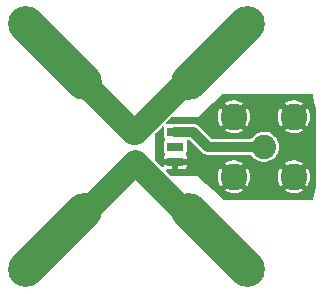
<source format=gbr>
G04 #@! TF.GenerationSoftware,KiCad,Pcbnew,5.99.0-unknown-b32c2a6c9~106~ubuntu18.04.1*
G04 #@! TF.CreationDate,2020-11-24T15:56:37+01:00*
G04 #@! TF.ProjectId,QFHBAL01,51464842-414c-4303-912e-6b696361645f,rev?*
G04 #@! TF.SameCoordinates,Original*
G04 #@! TF.FileFunction,Copper,L1,Top*
G04 #@! TF.FilePolarity,Positive*
%FSLAX46Y46*%
G04 Gerber Fmt 4.6, Leading zero omitted, Abs format (unit mm)*
G04 Created by KiCad (PCBNEW 5.99.0-unknown-b32c2a6c9~106~ubuntu18.04.1) date 2020-11-24 15:56:37*
%MOMM*%
%LPD*%
G01*
G04 APERTURE LIST*
G04 Aperture macros list*
%AMHorizOval*
0 Thick line with rounded ends*
0 $1 width*
0 $2 $3 position (X,Y) of the first rounded end (center of the circle)*
0 $4 $5 position (X,Y) of the second rounded end (center of the circle)*
0 Add line between two ends*
20,1,$1,$2,$3,$4,$5,0*
0 Add two circle primitives to create the rounded ends*
1,1,$1,$2,$3,0*
1,1,$1,$4,$5,0*%
G04 Aperture macros list end*
G04 #@! TA.AperFunction,SMDPad,CuDef*
%ADD10R,1.400000X0.760000*%
G04 #@! TD*
G04 #@! TA.AperFunction,ComponentPad*
%ADD11C,2.050000*%
G04 #@! TD*
G04 #@! TA.AperFunction,ComponentPad*
%ADD12C,2.250000*%
G04 #@! TD*
G04 #@! TA.AperFunction,ComponentPad*
%ADD13HorizOval,3.000000X-2.474874X2.474874X2.474874X-2.474874X0*%
G04 #@! TD*
G04 #@! TA.AperFunction,ComponentPad*
%ADD14HorizOval,3.000000X-2.474874X-2.474874X2.474874X2.474874X0*%
G04 #@! TD*
G04 #@! TA.AperFunction,ComponentPad*
%ADD15HorizOval,3.000000X2.474874X2.474874X-2.474874X-2.474874X0*%
G04 #@! TD*
G04 #@! TA.AperFunction,ViaPad*
%ADD16C,0.800000*%
G04 #@! TD*
G04 #@! TA.AperFunction,Conductor*
%ADD17C,2.100000*%
G04 #@! TD*
G04 #@! TA.AperFunction,Conductor*
%ADD18C,0.861000*%
G04 #@! TD*
G04 #@! TA.AperFunction,Conductor*
%ADD19C,0.500000*%
G04 #@! TD*
G04 APERTURE END LIST*
D10*
X149885000Y-88630000D03*
X149885000Y-91170000D03*
X153315000Y-91170000D03*
X153315000Y-89900000D03*
X153315000Y-88630000D03*
D11*
X160800000Y-89900000D03*
D12*
X163340000Y-87360000D03*
X163340000Y-92440000D03*
X158260000Y-87360000D03*
X158260000Y-92440000D03*
D13*
X143095837Y-81995837D03*
X156904163Y-97804163D03*
D14*
X143095837Y-97804163D03*
D15*
X156904163Y-81995837D03*
D16*
X156057600Y-92354400D03*
X156400000Y-91200000D03*
X160782000Y-87274400D03*
X155000000Y-91200000D03*
X163169600Y-89814400D03*
X160832800Y-92506800D03*
X155600400Y-87731600D03*
X151500000Y-87000000D03*
X149758400Y-88747600D03*
X160242000Y-79584800D03*
X141713200Y-81616800D03*
X142713200Y-82616800D03*
X143627600Y-81651600D03*
X142627600Y-80651600D03*
X148000000Y-87000000D03*
X157242000Y-82584800D03*
X155327600Y-82670400D03*
X141627600Y-79651600D03*
X140627600Y-78651600D03*
X139713200Y-79616800D03*
X158242000Y-81584800D03*
X159242000Y-80584800D03*
X144627600Y-82651600D03*
X159327600Y-78670400D03*
X156327600Y-81670400D03*
X158327600Y-79670400D03*
X157327600Y-80670400D03*
X156242000Y-83584800D03*
X143713200Y-83616800D03*
X140713200Y-80616800D03*
X143798800Y-96180400D03*
X157121600Y-97177600D03*
X140713200Y-101094800D03*
X159121600Y-99177600D03*
X141798800Y-98180400D03*
X158121600Y-98177600D03*
X142798800Y-97180400D03*
X140798800Y-99180400D03*
X148000000Y-93000000D03*
X156121600Y-96177600D03*
X157308800Y-99142800D03*
X141713200Y-100094800D03*
X156308800Y-98142800D03*
X149860000Y-92202000D03*
X155308800Y-97142800D03*
X158308800Y-100142800D03*
X160121600Y-100177600D03*
X142713200Y-99094800D03*
X144713200Y-97094800D03*
X139798800Y-100180400D03*
X151857500Y-93142500D03*
X159308800Y-101142800D03*
X143713200Y-98094800D03*
X154800000Y-88630006D03*
D17*
X145500000Y-84400000D02*
X149730000Y-88630000D01*
X154115000Y-84400000D02*
X149885000Y-88630000D01*
X149885000Y-88630000D02*
X149730000Y-88630000D01*
X145655000Y-95400000D02*
X149885000Y-91170000D01*
X151857500Y-93142500D02*
X149885000Y-91170000D01*
X154115000Y-95400000D02*
X151857500Y-93142500D01*
D18*
X153315006Y-88630006D02*
X153315000Y-88630000D01*
X154800000Y-88630006D02*
X153315006Y-88630006D01*
X160800000Y-89900000D02*
X156069994Y-89900000D01*
D19*
X154234315Y-88630006D02*
X154800000Y-88630006D01*
D18*
X156069994Y-89900000D02*
X154800000Y-88630006D01*
D19*
X153215006Y-88630006D02*
X154234315Y-88630006D01*
G04 #@! TA.AperFunction,Conductor*
G36*
X164876688Y-85420002D02*
G01*
X164923181Y-85473658D01*
X164930688Y-85494981D01*
X165079216Y-86079808D01*
X165232979Y-86685252D01*
X165236856Y-86716267D01*
X165236856Y-93323293D01*
X165232477Y-93356223D01*
X164975066Y-94306930D01*
X164937956Y-94367455D01*
X164874014Y-94398310D01*
X164853445Y-94400000D01*
X157448712Y-94400000D01*
X157380591Y-94379998D01*
X157363955Y-94367232D01*
X156490489Y-93573171D01*
X157486002Y-93573171D01*
X157492074Y-93581282D01*
X157618272Y-93661215D01*
X157627718Y-93666132D01*
X157833209Y-93751881D01*
X157843348Y-93755137D01*
X158060353Y-93805037D01*
X158070887Y-93806536D01*
X158293198Y-93819159D01*
X158303841Y-93818862D01*
X158525106Y-93793847D01*
X158535525Y-93791766D01*
X158749425Y-93729824D01*
X158759350Y-93726014D01*
X158959750Y-93628921D01*
X158968888Y-93623495D01*
X159024751Y-93583576D01*
X159032904Y-93573171D01*
X162566002Y-93573171D01*
X162572074Y-93581282D01*
X162698272Y-93661215D01*
X162707718Y-93666132D01*
X162913209Y-93751881D01*
X162923348Y-93755137D01*
X163140353Y-93805037D01*
X163150887Y-93806536D01*
X163373198Y-93819159D01*
X163383841Y-93818862D01*
X163605106Y-93793847D01*
X163615525Y-93791766D01*
X163829425Y-93729824D01*
X163839350Y-93726014D01*
X164039750Y-93628921D01*
X164048888Y-93623495D01*
X164104751Y-93583576D01*
X164113154Y-93572853D01*
X164106175Y-93559728D01*
X163352812Y-92806365D01*
X163338868Y-92798751D01*
X163337035Y-92798882D01*
X163330420Y-92803133D01*
X162572762Y-93560791D01*
X162566002Y-93573171D01*
X159032904Y-93573171D01*
X159033154Y-93572853D01*
X159026175Y-93559728D01*
X158272812Y-92806365D01*
X158258868Y-92798751D01*
X158257035Y-92798882D01*
X158250420Y-92803133D01*
X157492762Y-93560791D01*
X157486002Y-93573171D01*
X156490489Y-93573171D01*
X155351942Y-92538128D01*
X156883936Y-92538128D01*
X156884734Y-92548743D01*
X156920143Y-92768583D01*
X156922717Y-92778905D01*
X156994662Y-92989639D01*
X156998936Y-92999375D01*
X157105359Y-93194974D01*
X157111215Y-93203855D01*
X157113831Y-93207174D01*
X157125755Y-93215645D01*
X157137288Y-93209159D01*
X157893635Y-92452812D01*
X157900012Y-92441132D01*
X158618751Y-92441132D01*
X158618882Y-92442965D01*
X158623133Y-92449580D01*
X159380114Y-93206561D01*
X159391906Y-93213000D01*
X159403900Y-93203730D01*
X159449635Y-93138536D01*
X159454984Y-93129345D01*
X159550321Y-92928112D01*
X159554049Y-92918143D01*
X159614117Y-92703722D01*
X159616109Y-92693280D01*
X159632279Y-92538128D01*
X161963936Y-92538128D01*
X161964734Y-92548743D01*
X162000143Y-92768583D01*
X162002717Y-92778905D01*
X162074662Y-92989639D01*
X162078936Y-92999375D01*
X162185359Y-93194974D01*
X162191215Y-93203855D01*
X162193831Y-93207174D01*
X162205755Y-93215645D01*
X162217288Y-93209159D01*
X162973635Y-92452812D01*
X162980012Y-92441132D01*
X163698751Y-92441132D01*
X163698882Y-92442965D01*
X163703133Y-92449580D01*
X164460114Y-93206561D01*
X164471906Y-93213000D01*
X164483900Y-93203730D01*
X164529635Y-93138536D01*
X164534984Y-93129345D01*
X164630321Y-92928112D01*
X164634049Y-92918143D01*
X164694117Y-92703722D01*
X164696109Y-92693280D01*
X164719439Y-92469440D01*
X164719774Y-92463527D01*
X164719972Y-92442963D01*
X164719750Y-92437052D01*
X164700722Y-92212805D01*
X164698930Y-92202317D01*
X164642987Y-91986781D01*
X164639455Y-91976753D01*
X164548001Y-91773730D01*
X164542821Y-91764424D01*
X164483052Y-91675646D01*
X164473045Y-91667342D01*
X164458984Y-91674569D01*
X163706365Y-92427188D01*
X163698751Y-92441132D01*
X162980012Y-92441132D01*
X162981249Y-92438868D01*
X162981118Y-92437035D01*
X162976867Y-92430420D01*
X162216464Y-91670017D01*
X162203281Y-91662818D01*
X162198032Y-91666569D01*
X162089910Y-91856513D01*
X162085445Y-91866177D01*
X162009469Y-92075488D01*
X162006698Y-92085756D01*
X161967074Y-92304877D01*
X161966073Y-92315471D01*
X161963936Y-92538128D01*
X159632279Y-92538128D01*
X159639439Y-92469440D01*
X159639774Y-92463527D01*
X159639972Y-92442963D01*
X159639750Y-92437052D01*
X159620722Y-92212805D01*
X159618930Y-92202317D01*
X159562987Y-91986781D01*
X159559455Y-91976753D01*
X159468001Y-91773730D01*
X159462821Y-91764424D01*
X159403052Y-91675646D01*
X159393045Y-91667342D01*
X159378984Y-91674569D01*
X158626365Y-92427188D01*
X158618751Y-92441132D01*
X157900012Y-92441132D01*
X157901249Y-92438868D01*
X157901118Y-92437035D01*
X157896867Y-92430420D01*
X157136464Y-91670017D01*
X157123281Y-91662818D01*
X157118032Y-91666569D01*
X157009910Y-91856513D01*
X157005445Y-91866177D01*
X156929469Y-92075488D01*
X156926698Y-92085756D01*
X156887074Y-92304877D01*
X156886073Y-92315471D01*
X156883936Y-92538128D01*
X155351942Y-92538128D01*
X155213404Y-92412185D01*
X155213403Y-92412184D01*
X155200000Y-92400000D01*
X153006373Y-92400000D01*
X152938252Y-92379998D01*
X152917278Y-92363095D01*
X152817509Y-92263326D01*
X152817504Y-92263320D01*
X152574279Y-92020095D01*
X152540253Y-91957783D01*
X152545318Y-91886968D01*
X152587865Y-91830132D01*
X152654385Y-91805321D01*
X152663374Y-91805000D01*
X153046885Y-91805000D01*
X153062124Y-91800525D01*
X153063329Y-91799135D01*
X153065000Y-91791452D01*
X153065000Y-91438115D01*
X153063659Y-91433548D01*
X153565000Y-91433548D01*
X153565000Y-91786885D01*
X153569475Y-91802124D01*
X153570865Y-91803329D01*
X153578548Y-91805000D01*
X154008813Y-91805000D01*
X154021067Y-91803793D01*
X154100415Y-91788010D01*
X154122901Y-91778696D01*
X154184996Y-91737205D01*
X154202205Y-91719996D01*
X154243696Y-91657901D01*
X154253010Y-91635415D01*
X154268793Y-91556067D01*
X154270000Y-91543813D01*
X154270000Y-91438115D01*
X154265525Y-91422876D01*
X154264135Y-91421671D01*
X154256452Y-91420000D01*
X153583115Y-91420000D01*
X153567876Y-91424475D01*
X153566671Y-91425865D01*
X153565000Y-91433548D01*
X153063659Y-91433548D01*
X153060525Y-91422876D01*
X153059135Y-91421671D01*
X153051452Y-91420000D01*
X152378115Y-91420000D01*
X152362876Y-91424475D01*
X152361671Y-91425865D01*
X152360000Y-91433548D01*
X152360000Y-91501627D01*
X152339998Y-91569748D01*
X152286342Y-91616241D01*
X152216068Y-91626345D01*
X152151488Y-91596851D01*
X152144915Y-91590731D01*
X151860682Y-91306498D01*
X157485014Y-91306498D01*
X157488695Y-91315142D01*
X158247188Y-92073635D01*
X158261132Y-92081249D01*
X158262965Y-92081118D01*
X158269580Y-92076867D01*
X159027196Y-91319251D01*
X159033926Y-91306926D01*
X159033605Y-91306498D01*
X162565014Y-91306498D01*
X162568695Y-91315142D01*
X163327188Y-92073635D01*
X163341132Y-92081249D01*
X163342965Y-92081118D01*
X163349580Y-92076867D01*
X164107196Y-91319251D01*
X164113926Y-91306926D01*
X164105398Y-91295569D01*
X164071481Y-91270334D01*
X164062444Y-91264730D01*
X163863945Y-91163808D01*
X163854094Y-91159808D01*
X163641428Y-91093774D01*
X163631047Y-91091491D01*
X163410291Y-91062232D01*
X163399676Y-91061732D01*
X163177151Y-91070086D01*
X163166602Y-91071381D01*
X162948661Y-91117110D01*
X162938480Y-91120164D01*
X162731364Y-91201959D01*
X162721842Y-91206686D01*
X162574520Y-91296082D01*
X162565014Y-91306498D01*
X159033605Y-91306498D01*
X159025398Y-91295569D01*
X158991481Y-91270334D01*
X158982444Y-91264730D01*
X158783945Y-91163808D01*
X158774094Y-91159808D01*
X158561428Y-91093774D01*
X158551047Y-91091491D01*
X158330291Y-91062232D01*
X158319676Y-91061732D01*
X158097151Y-91070086D01*
X158086602Y-91071381D01*
X157868661Y-91117110D01*
X157858480Y-91120164D01*
X157651364Y-91201959D01*
X157641842Y-91206686D01*
X157494520Y-91296082D01*
X157485014Y-91306498D01*
X151860682Y-91306498D01*
X151636904Y-91082721D01*
X151602879Y-91020410D01*
X151600000Y-90993627D01*
X151600000Y-88806373D01*
X151620002Y-88738252D01*
X151636905Y-88717278D01*
X152144405Y-88209778D01*
X152206717Y-88175752D01*
X152277532Y-88180817D01*
X152334368Y-88223364D01*
X152359179Y-88289884D01*
X152359500Y-88298873D01*
X152359500Y-89010000D01*
X152378949Y-89107776D01*
X152385841Y-89118091D01*
X152385842Y-89118093D01*
X152434334Y-89190666D01*
X152431933Y-89192271D01*
X152457022Y-89238217D01*
X152451957Y-89309032D01*
X152433039Y-89338469D01*
X152434334Y-89339334D01*
X152385842Y-89411907D01*
X152385841Y-89411909D01*
X152378949Y-89422224D01*
X152359500Y-89520000D01*
X152359500Y-90280000D01*
X152378949Y-90377776D01*
X152385841Y-90388091D01*
X152385842Y-90388093D01*
X152434334Y-90460666D01*
X152432050Y-90462192D01*
X152457376Y-90508571D01*
X152452311Y-90579386D01*
X152433393Y-90608823D01*
X152434688Y-90609688D01*
X152386304Y-90682099D01*
X152376990Y-90704585D01*
X152361207Y-90783933D01*
X152360000Y-90796187D01*
X152360000Y-90901885D01*
X152364475Y-90917124D01*
X152365865Y-90918329D01*
X152373548Y-90920000D01*
X154251885Y-90920000D01*
X154267124Y-90915525D01*
X154268329Y-90914135D01*
X154270000Y-90906452D01*
X154270000Y-90796187D01*
X154268793Y-90783933D01*
X154253010Y-90704585D01*
X154243696Y-90682099D01*
X154195312Y-90609688D01*
X154197713Y-90608083D01*
X154172624Y-90562137D01*
X154177689Y-90491322D01*
X154196873Y-90461472D01*
X154195666Y-90460666D01*
X154244158Y-90388093D01*
X154244159Y-90388091D01*
X154251051Y-90377776D01*
X154270500Y-90280000D01*
X154270500Y-89520000D01*
X154258881Y-89461588D01*
X154265209Y-89390874D01*
X154308763Y-89334806D01*
X154382460Y-89311006D01*
X154465731Y-89311006D01*
X154533852Y-89331008D01*
X154554826Y-89347911D01*
X155568698Y-90361784D01*
X155574552Y-90368050D01*
X155605240Y-90403228D01*
X155610970Y-90409797D01*
X155661097Y-90445027D01*
X155666390Y-90448958D01*
X155714627Y-90486780D01*
X155721547Y-90489905D01*
X155726020Y-90492614D01*
X155734994Y-90497732D01*
X155739611Y-90500208D01*
X155745824Y-90504574D01*
X155752895Y-90507331D01*
X155752897Y-90507332D01*
X155802905Y-90526829D01*
X155808986Y-90529385D01*
X155864851Y-90554609D01*
X155872311Y-90555992D01*
X155877321Y-90557562D01*
X155887196Y-90560374D01*
X155892312Y-90561687D01*
X155899393Y-90564448D01*
X155960151Y-90572447D01*
X155966655Y-90573477D01*
X156026920Y-90584646D01*
X156034500Y-90584209D01*
X156034501Y-90584209D01*
X156086529Y-90581209D01*
X156093782Y-90581000D01*
X159649514Y-90581000D01*
X159717635Y-90601002D01*
X159747018Y-90627194D01*
X159881565Y-90791579D01*
X159881569Y-90791584D01*
X159885118Y-90795919D01*
X160058230Y-90943771D01*
X160063075Y-90946602D01*
X160249943Y-91055799D01*
X160249946Y-91055800D01*
X160254790Y-91058631D01*
X160260060Y-91060560D01*
X160260061Y-91060560D01*
X160463318Y-91134942D01*
X160463322Y-91134943D01*
X160468582Y-91136868D01*
X160474098Y-91137831D01*
X160474103Y-91137832D01*
X160686021Y-91174817D01*
X160692851Y-91176009D01*
X160698457Y-91175980D01*
X160698461Y-91175980D01*
X160803016Y-91175432D01*
X160920506Y-91174817D01*
X160926024Y-91173794D01*
X160926027Y-91173794D01*
X161138833Y-91134353D01*
X161138834Y-91134353D01*
X161144352Y-91133330D01*
X161149596Y-91131348D01*
X161149601Y-91131347D01*
X161352066Y-91054841D01*
X161352069Y-91054840D01*
X161357313Y-91052858D01*
X161552659Y-90935946D01*
X161724214Y-90786289D01*
X161789672Y-90704585D01*
X161863050Y-90612995D01*
X161863053Y-90612990D01*
X161866556Y-90608618D01*
X161975185Y-90408548D01*
X162046668Y-90192403D01*
X162078745Y-89967016D01*
X162080500Y-89900000D01*
X162072752Y-89813184D01*
X162060761Y-89678830D01*
X162060760Y-89678826D01*
X162060262Y-89673243D01*
X162000190Y-89453653D01*
X161932151Y-89311006D01*
X161904592Y-89253229D01*
X161902180Y-89248172D01*
X161811272Y-89121660D01*
X161772609Y-89067855D01*
X161772607Y-89067853D01*
X161769332Y-89063295D01*
X161605845Y-88904865D01*
X161566487Y-88878418D01*
X161421546Y-88781020D01*
X161421543Y-88781018D01*
X161416886Y-88777889D01*
X161208427Y-88686383D01*
X161202976Y-88685074D01*
X161202972Y-88685073D01*
X160992516Y-88634547D01*
X160992515Y-88634547D01*
X160987059Y-88633237D01*
X160899073Y-88628164D01*
X160765386Y-88620455D01*
X160765383Y-88620455D01*
X160759779Y-88620132D01*
X160533769Y-88647482D01*
X160316175Y-88714423D01*
X160311195Y-88716993D01*
X160311191Y-88716995D01*
X160118857Y-88816266D01*
X160113874Y-88818838D01*
X159933260Y-88957428D01*
X159929487Y-88961574D01*
X159929482Y-88961579D01*
X159856652Y-89041619D01*
X159780043Y-89125811D01*
X159777063Y-89130562D01*
X159777062Y-89130563D01*
X159758624Y-89159956D01*
X159705480Y-89207034D01*
X159651886Y-89219000D01*
X156404265Y-89219000D01*
X156336144Y-89198998D01*
X156315170Y-89182096D01*
X155626244Y-88493171D01*
X157486002Y-88493171D01*
X157492074Y-88501282D01*
X157618272Y-88581215D01*
X157627718Y-88586132D01*
X157833209Y-88671881D01*
X157843348Y-88675137D01*
X158060353Y-88725037D01*
X158070887Y-88726536D01*
X158293198Y-88739159D01*
X158303841Y-88738862D01*
X158525106Y-88713847D01*
X158535525Y-88711766D01*
X158749425Y-88649824D01*
X158759350Y-88646014D01*
X158959750Y-88548921D01*
X158968888Y-88543495D01*
X159024751Y-88503576D01*
X159032904Y-88493171D01*
X162566002Y-88493171D01*
X162572074Y-88501282D01*
X162698272Y-88581215D01*
X162707718Y-88586132D01*
X162913209Y-88671881D01*
X162923348Y-88675137D01*
X163140353Y-88725037D01*
X163150887Y-88726536D01*
X163373198Y-88739159D01*
X163383841Y-88738862D01*
X163605106Y-88713847D01*
X163615525Y-88711766D01*
X163829425Y-88649824D01*
X163839350Y-88646014D01*
X164039750Y-88548921D01*
X164048888Y-88543495D01*
X164104751Y-88503576D01*
X164113154Y-88492853D01*
X164106175Y-88479728D01*
X163352812Y-87726365D01*
X163338868Y-87718751D01*
X163337035Y-87718882D01*
X163330420Y-87723133D01*
X162572762Y-88480791D01*
X162566002Y-88493171D01*
X159032904Y-88493171D01*
X159033154Y-88492853D01*
X159026175Y-88479728D01*
X158272812Y-87726365D01*
X158258868Y-87718751D01*
X158257035Y-87718882D01*
X158250420Y-87723133D01*
X157492762Y-88480791D01*
X157486002Y-88493171D01*
X155626244Y-88493171D01*
X155301303Y-88168231D01*
X155295449Y-88161964D01*
X155286952Y-88152224D01*
X155259024Y-88120209D01*
X155208849Y-88084945D01*
X155203577Y-88081029D01*
X155161349Y-88047917D01*
X155161342Y-88047913D01*
X155155366Y-88043227D01*
X155148443Y-88040101D01*
X155143879Y-88037337D01*
X155135017Y-88032282D01*
X155130378Y-88029795D01*
X155124170Y-88025432D01*
X155094717Y-88013949D01*
X155067073Y-88003171D01*
X155060990Y-88000614D01*
X155035109Y-87988928D01*
X155005142Y-87975397D01*
X154997671Y-87974012D01*
X154992644Y-87972437D01*
X154982789Y-87969629D01*
X154977674Y-87968316D01*
X154970601Y-87965558D01*
X154909847Y-87957560D01*
X154903331Y-87956528D01*
X154850541Y-87946744D01*
X154843074Y-87945360D01*
X154835494Y-87945797D01*
X154835493Y-87945797D01*
X154783465Y-87948797D01*
X154776212Y-87949006D01*
X153389355Y-87949006D01*
X153366394Y-87946896D01*
X153358074Y-87945354D01*
X153350494Y-87945791D01*
X153350493Y-87945791D01*
X153298361Y-87948797D01*
X153291108Y-87949006D01*
X153273688Y-87949006D01*
X153269921Y-87949462D01*
X153269918Y-87949462D01*
X153258451Y-87950849D01*
X153250572Y-87951552D01*
X153218897Y-87953379D01*
X153193521Y-87954842D01*
X153183564Y-87957905D01*
X153161643Y-87962565D01*
X153158917Y-87962895D01*
X153151372Y-87963808D01*
X153144261Y-87966495D01*
X153098098Y-87983938D01*
X153090617Y-87986500D01*
X153082723Y-87988928D01*
X153045670Y-87994500D01*
X152663874Y-87994500D01*
X152595753Y-87974498D01*
X152549260Y-87920842D01*
X152539156Y-87850568D01*
X152568650Y-87785988D01*
X152574779Y-87779405D01*
X152896056Y-87458128D01*
X156883936Y-87458128D01*
X156884734Y-87468743D01*
X156920143Y-87688583D01*
X156922717Y-87698905D01*
X156994662Y-87909639D01*
X156998936Y-87919375D01*
X157105359Y-88114974D01*
X157111215Y-88123855D01*
X157113831Y-88127174D01*
X157125755Y-88135645D01*
X157137288Y-88129159D01*
X157893635Y-87372812D01*
X157900012Y-87361132D01*
X158618751Y-87361132D01*
X158618882Y-87362965D01*
X158623133Y-87369580D01*
X159380114Y-88126561D01*
X159391906Y-88133000D01*
X159403900Y-88123730D01*
X159449635Y-88058536D01*
X159454984Y-88049345D01*
X159550321Y-87848112D01*
X159554049Y-87838143D01*
X159614117Y-87623722D01*
X159616109Y-87613280D01*
X159632279Y-87458128D01*
X161963936Y-87458128D01*
X161964734Y-87468743D01*
X162000143Y-87688583D01*
X162002717Y-87698905D01*
X162074662Y-87909639D01*
X162078936Y-87919375D01*
X162185359Y-88114974D01*
X162191215Y-88123855D01*
X162193831Y-88127174D01*
X162205755Y-88135645D01*
X162217288Y-88129159D01*
X162973635Y-87372812D01*
X162980012Y-87361132D01*
X163698751Y-87361132D01*
X163698882Y-87362965D01*
X163703133Y-87369580D01*
X164460114Y-88126561D01*
X164471906Y-88133000D01*
X164483900Y-88123730D01*
X164529635Y-88058536D01*
X164534984Y-88049345D01*
X164630321Y-87848112D01*
X164634049Y-87838143D01*
X164694117Y-87623722D01*
X164696109Y-87613280D01*
X164719439Y-87389440D01*
X164719774Y-87383527D01*
X164719972Y-87362963D01*
X164719750Y-87357052D01*
X164700722Y-87132805D01*
X164698930Y-87122317D01*
X164642987Y-86906781D01*
X164639455Y-86896753D01*
X164548001Y-86693730D01*
X164542821Y-86684424D01*
X164483052Y-86595646D01*
X164473045Y-86587342D01*
X164458984Y-86594569D01*
X163706365Y-87347188D01*
X163698751Y-87361132D01*
X162980012Y-87361132D01*
X162981249Y-87358868D01*
X162981118Y-87357035D01*
X162976867Y-87350420D01*
X162216464Y-86590017D01*
X162203281Y-86582818D01*
X162198032Y-86586569D01*
X162089910Y-86776513D01*
X162085445Y-86786177D01*
X162009469Y-86995488D01*
X162006698Y-87005756D01*
X161967074Y-87224877D01*
X161966073Y-87235471D01*
X161963936Y-87458128D01*
X159632279Y-87458128D01*
X159639439Y-87389440D01*
X159639774Y-87383527D01*
X159639972Y-87362963D01*
X159639750Y-87357052D01*
X159620722Y-87132805D01*
X159618930Y-87122317D01*
X159562987Y-86906781D01*
X159559455Y-86896753D01*
X159468001Y-86693730D01*
X159462821Y-86684424D01*
X159403052Y-86595646D01*
X159393045Y-86587342D01*
X159378984Y-86594569D01*
X158626365Y-87347188D01*
X158618751Y-87361132D01*
X157900012Y-87361132D01*
X157901249Y-87358868D01*
X157901118Y-87357035D01*
X157896867Y-87350420D01*
X157136464Y-86590017D01*
X157123281Y-86582818D01*
X157118032Y-86586569D01*
X157009910Y-86776513D01*
X157005445Y-86786177D01*
X156929469Y-86995488D01*
X156926698Y-87005756D01*
X156887074Y-87224877D01*
X156886073Y-87235471D01*
X156883936Y-87458128D01*
X152896056Y-87458128D01*
X152917279Y-87436905D01*
X152979591Y-87402879D01*
X153006374Y-87400000D01*
X155200000Y-87400000D01*
X156490852Y-86226498D01*
X157485014Y-86226498D01*
X157488695Y-86235142D01*
X158247188Y-86993635D01*
X158261132Y-87001249D01*
X158262965Y-87001118D01*
X158269580Y-86996867D01*
X159027196Y-86239251D01*
X159033926Y-86226926D01*
X159033605Y-86226498D01*
X162565014Y-86226498D01*
X162568695Y-86235142D01*
X163327188Y-86993635D01*
X163341132Y-87001249D01*
X163342965Y-87001118D01*
X163349580Y-86996867D01*
X164107196Y-86239251D01*
X164113926Y-86226926D01*
X164105398Y-86215569D01*
X164071481Y-86190334D01*
X164062444Y-86184730D01*
X163863945Y-86083808D01*
X163854094Y-86079808D01*
X163641428Y-86013774D01*
X163631047Y-86011491D01*
X163410291Y-85982232D01*
X163399676Y-85981732D01*
X163177151Y-85990086D01*
X163166602Y-85991381D01*
X162948661Y-86037110D01*
X162938480Y-86040164D01*
X162731364Y-86121959D01*
X162721842Y-86126686D01*
X162574520Y-86216082D01*
X162565014Y-86226498D01*
X159033605Y-86226498D01*
X159025398Y-86215569D01*
X158991481Y-86190334D01*
X158982444Y-86184730D01*
X158783945Y-86083808D01*
X158774094Y-86079808D01*
X158561428Y-86013774D01*
X158551047Y-86011491D01*
X158330291Y-85982232D01*
X158319676Y-85981732D01*
X158097151Y-85990086D01*
X158086602Y-85991381D01*
X157868661Y-86037110D01*
X157858480Y-86040164D01*
X157651364Y-86121959D01*
X157641842Y-86126686D01*
X157494520Y-86216082D01*
X157485014Y-86226498D01*
X156490852Y-86226498D01*
X157363955Y-85432768D01*
X157427815Y-85401745D01*
X157448712Y-85400000D01*
X164808567Y-85400000D01*
X164876688Y-85420002D01*
G37*
G04 #@! TD.AperFunction*
M02*

</source>
